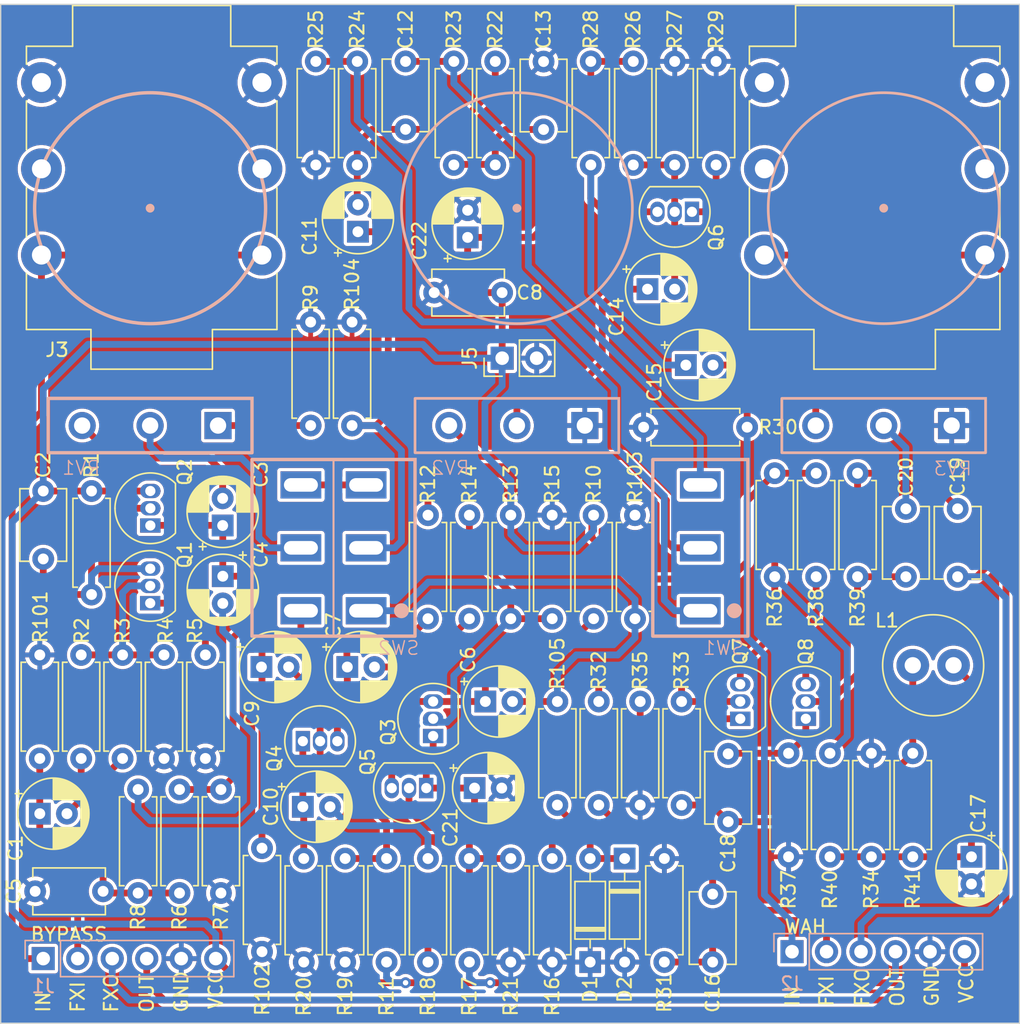
<source format=kicad_pcb>
(kicad_pcb (version 20241229) (generator "pcbnew") (generator_version "9.0")
  (layers (0 "F.Cu" signal) (2 "B.Cu" signal) (13 "F.Paste" user) (15 "B.Paste" user) (5 "F.SilkS" user "F.Silkscreen") (7 "B.SilkS" user "B.Silkscreen") (1 "F.Mask" user) (3 "B.Mask" user) (25 "Edge.Cuts" user))
  (net 0 "")
  (net 1 "PREAMP_IN")
  (net 2 "Net-(C1-Pad2)")
  (net 3 "VCC")
  (net 4 "Net-(Q1-C)")
  (net 5 "Net-(Q2-E)")
  (net 6 "Net-(C3-Pad2)")
  (net 7 "Net-(C4-Pad2)")
  (net 8 "GND")
  (net 9 "Net-(C5-Pad1)")
  (net 10 "OCTAVE_OUT")
  (net 11 "Net-(Q3-C)")
  (net 12 "Net-(C7-Pad2)")
  (net 13 "Net-(Q4-C)")
  (net 14 "Net-(Q4-B)")
  (net 15 "OCTAVE_IN")
  (net 16 "Net-(C10-Pad2)")
  (net 17 "Net-(Q4-E)")
  (net 18 "TONE_IN")
  (net 19 "Net-(C11-Pad2)")
  (net 20 "Net-(SW1-A)")
  (net 21 "Net-(C13-Pad1)")
  (net 22 "Net-(Q6-B)")
  (net 23 "Net-(C14-Pad1)")
  (net 24 "Net-(Q6-C)")
  (net 25 "TONE_OUT")
  (net 26 "Net-(C16-Pad2)")
  (net 27 "WAH_IN")
  (net 28 "Net-(C17-Pad1)")
  (net 29 "Net-(Q8-E)")
  (net 30 "Net-(C18-Pad1)")
  (net 31 "WAH_OUT")
  (net 32 "Net-(Q7-C)")
  (net 33 "Net-(C20-Pad2)")
  (net 34 "Net-(Q8-B)")
  (net 35 "Net-(Q3-E)")
  (net 36 "Net-(D1-A)")
  (net 37 "OUTPUT")
  (net 38 "INPUT")
  (net 39 "FX_OUT")
  (net 44 "Net-(Q1-B)")
  (net 45 "Net-(Q1-E)")
  (net 46 "Net-(Q3-B)")
  (net 47 "Net-(Q5-B)")
  (net 48 "Net-(Q6-E)")
  (net 49 "Net-(Q7-E)")
  (net 50 "Net-(Q7-B)")
  (net 51 "Net-(Q8-C)")
  (net 52 "Net-(R9-Pad1)")
  (net 53 "Net-(SW1-C)")
  (net 54 "PREAMP_OUT")
  (net 55 "Net-(SW1-B)")
  (net 56 "Net-(SW2A-C)")
  (footprint "Capacitor_THT:CP_Radial_D5.0mm_P2.00mm" (layer "F.Cu") (at 72.676 91.313)
    (property "Reference" "C6")
    (property "Value" "10uF" (hide yes))
  )
  (footprint "DIY_jorge:D_DO-35_SOD27_P7.62mm_Horizontal" (layer "F.Cu") (at 82.931 102.87 -90)
    (property "Reference" "D2")
    (property "Value" "1N4148" (hide yes))
  )
  (footprint "Resistor_THT:R_Axial_DIN0207_L6.3mm_D2.5mm_P7.62mm_Horizontal" (layer "F.Cu") (at 52.07 95.504 90)
    (property "Reference" "R5")
    (property "Value" "1K8" (hide yes))
  )
  (footprint "Capacitor_THT:CP_Radial_D5.0mm_P2.00mm" (layer "F.Cu") (at 62.516 88.773)
    (property "Reference" "C7")
    (property "Value" "10uF" (hide yes))
  )
  (footprint "Capacitor_THT:C_Disc_D5.1mm_W3.2mm_P5.00mm" (layer "F.Cu") (at 107.442 82.129 90)
    (property "Reference" "C19")
    (property "Value" "200nF" (hide yes))
  )
  (footprint "Resistor_THT:R_Axial_DIN0207_L6.3mm_D2.5mm_P7.62mm_Horizontal" (layer "F.Cu") (at 74.549 102.87 -90)
    (property "Reference" "R21")
    (property "Value" "22K" (hide yes))
  )
  (footprint "Resistor_THT:R_Axial_DIN0207_L6.3mm_D2.5mm_P7.62mm_Horizontal" (layer "F.Cu") (at 74.549 77.597 -90)
    (property "Reference" "R13")
    (property "Value" "100K" (hide yes))
  )
  (footprint "Resistor_THT:R_Axial_DIN0207_L6.3mm_D2.5mm_P7.62mm_Horizontal" (layer "F.Cu") (at 70.358 44.196 -90)
    (property "Reference" "R23")
    (property "Value" "10K" (hide yes))
  )
  (footprint "Package_TO_SOT_THT:TO-92_Inline" (layer "F.Cu") (at 68.834 93.853 90)
    (property "Reference" "Q3")
    (property "Value" "2N3904" (hide yes))
  )
  (footprint "Resistor_THT:R_Axial_DIN0207_L6.3mm_D2.5mm_P7.62mm_Horizontal" (layer "F.Cu") (at 73.406 44.196 -90)
    (property "Reference" "R22")
    (property "Value" "22K" (hide yes))
  )
  (footprint "Capacitor_THT:C_Disc_D5.1mm_W3.2mm_P5.00mm" (layer "F.Cu") (at 90.551 100.163 90)
    (property "Reference" "C18")
    (property "Value" "30nF" (hide yes))
  )
  (footprint "Resistor_THT:R_Axial_DIN0207_L6.3mm_D2.5mm_P7.62mm_Horizontal" (layer "F.Cu") (at 91.948 71.12 180)
    (property "Reference" "R30")
    (property "Value" "100K" (hide yes))
  )
  (footprint "Resistor_THT:R_Axial_DIN0207_L6.3mm_D2.5mm_P7.62mm_Horizontal" (layer "F.Cu") (at 98.044 102.743 90)
    (property "Reference" "R40")
    (property "Value" "470K" (hide yes))
  )
  (footprint "Resistor_THT:R_Axial_DIN0207_L6.3mm_D2.5mm_P7.62mm_Horizontal" (layer "F.Cu") (at 60.198 44.196 -90)
    (property "Reference" "R25")
    (property "Value" "10K" (hide yes))
  )
  (footprint "Capacitor_THT:CP_Radial_D5.0mm_P2.00mm" (layer "F.Cu") (at 87.436888 66.548)
    (property "Reference" "C15")
    (property "Value" "10uF" (hide yes))
  )
  (footprint "Capacitor_THT:CP_Radial_D5.0mm_P2.00mm" (layer "F.Cu") (at 84.614 60.96)
    (property "Reference" "C14")
    (property "Value" "10uF" (hide yes))
  )
  (footprint "Resistor_THT:R_Axial_DIN0207_L6.3mm_D2.5mm_P7.62mm_Horizontal" (layer "F.Cu") (at 62.865 71 90)
    (property "Reference" "R104")
    (property "Value" "1M" (hide yes))
  )
  (footprint "Package_TO_SOT_THT:TO-92_Inline" (layer "F.Cu") (at 91.44 92.583 90)
    (property "Reference" "Q7")
    (property "Value" "2N3904" (hide yes))
  )
  (footprint "Resistor_THT:R_Axial_DIN0207_L6.3mm_D2.5mm_P7.62mm_Horizontal" (layer "F.Cu") (at 86.614 51.816 90)
    (property "Reference" "R27")
    (property "Value" "15K" (hide yes))
  )
  (footprint "Resistor_THT:R_Axial_DIN0207_L6.3mm_D2.5mm_P7.62mm_Horizontal" (layer "F.Cu") (at 63.246 44.196 -90)
    (property "Reference" "R24")
    (property "Value" "47K" (hide yes))
  )
  (footprint "Resistor_THT:R_Axial_DIN0207_L6.3mm_D2.5mm_P7.62mm_Horizontal" (layer "F.Cu") (at 49.022 95.504 90)
    (property "Reference" "R4")
    (property "Value" "100K" (hide yes))
  )
  (footprint "Capacitor_THT:CP_Radial_D5.0mm_P2.00mm" (layer "F.Cu") (at 39.878 99.568)
    (property "Reference" "C1")
    (property "Value" "10uF" (hide yes))
  )
  (footprint "Resistor_THT:R_Axial_DIN0207_L6.3mm_D2.5mm_P7.62mm_Horizontal" (layer "F.Cu") (at 89.662 51.816 90)
    (property "Reference" "R29")
    (property "Value" "1K" (hide yes))
  )
  (footprint "Capacitor_THT:C_Disc_D5.1mm_W3.2mm_P5.00mm" (layer "F.Cu") (at 44.537 105.283 180)
    (property "Reference" "C5")
    (property "Value" "100nF" (hide yes))
  )
  (footprint "Resistor_THT:R_Axial_DIN0207_L6.3mm_D2.5mm_P7.62mm_Horizontal" (layer "F.Cu") (at 59.309 110.49 90)
    (property "Reference" "R20")
    (property "Value" "10K" (hide yes))
  )
  (footprint "Resistor_THT:R_Axial_DIN0207_L6.3mm_D2.5mm_P7.62mm_Horizontal" (layer "F.Cu") (at 81.026 98.933 90)
    (property "Reference" "R32")
    (property "Value" "22K" (hide yes))
  )
  (footprint "Capacitor_THT:CP_Radial_D5.0mm_P2.00mm" (layer "F.Cu") (at 59.242888 99.06)
    (property "Reference" "C10")
    (property "Value" "10uF" (hide yes))
  )
  (footprint "Resistor_THT:R_Axial_DIN0207_L6.3mm_D2.5mm_P7.62mm_Horizontal" (layer "F.Cu") (at 80.44 44.196 -90)
    (property "Reference" "R28")
    (property "Value" "10K" (hide yes))
  )
  (footprint "Capacitor_THT:CP_Radial_D5.0mm_P2.00mm" (layer "F.Cu") (at 108.458 102.743 -90)
    (property "Reference" "C17")
    (property "Value" "10uF" (hide yes))
  )
  (footprint "Package_TO_SOT_THT:TO-92_Inline" (layer "F.Cu") (at 48.006 84.074 90)
    (property "Reference" "Q1")
    (property "Value" "2N3904" (hide yes))
  )
  (footprint "Resistor_THT:R_Axial_DIN0207_L6.3mm_D2.5mm_P7.62mm_Horizontal" (layer "F.Cu") (at 104.14 95.123 -90)
    (property "Reference" "R41")
    (property "Value" "33K-NC" (hide yes))
  )
  (footprint "Package_TO_SOT_THT:TO-92_Inline" (layer "F.Cu") (at 59.242888 94.234)
    (property "Reference" "Q4")
    (property "Value" "2N3904" (hide yes))
  )
  (footprint "Capacitor_THT:C_Disc_D5.1mm_W3.2mm_P5.00mm" (layer "F.Cu") (at 89.408 110.49 90)
    (property "Reference" "C16")
    (property "Value" "10nF" (hide yes))
  )
  (footprint "DIY_jorge:D_DO-35_SOD27_P7.62mm_Horizontal" (layer "F.Cu") (at 80.391 110.49 90)
    (property "Reference" "D1")
    (property "Value" "1N4148" (hide yes))
  )
  (footprint "Capacitor_THT:CP_Radial_D5.0mm_P2.00mm" (layer "F.Cu") (at 53.35 82.090001 -90)
    (property "Reference" "C4")
    (property "Value" "10uF" (hide yes))
  )
  (footprint "Resistor_THT:R_Axial_DIN0207_L6.3mm_D2.5mm_P7.62mm_Horizontal" (layer "F.Cu") (at 43.688 83.438 90)
    (property "Reference" "R1")
    (property "Value" "47K" (hide yes))
  )
  (footprint "Capacitor_THT:C_Disc_D5.1mm_W3.2mm_P5.00mm" (layer "F.Cu") (at 103.632 82.129 90)
    (property "Reference" "C20")
    (property "Value" "200nF" (hide yes))
  )
  (footprint "Connector_Audio:Jack_6.35mm_Neutrik_NMJ6HCD3_Horizontal" (layer "F.Cu") (at 40 58.45 90)
    (property "Reference" "J3")
    (property "Value" "INPUT" (hide yes))
  )
  (footprint "Package_TO_SOT_THT:TO-92_Inline" (layer "F.Cu") (at 48.016 78.358 90)
    (property "Reference" "Q2")
    (property "Value" "2N3904" (hide yes))
  )
  (footprint "Resistor_THT:R_Axial_DIN0207_L6.3mm_D2.5mm_P7.62mm_Horizontal" (layer "F.Cu") (at 53.213 105.41 90)
    (property "Reference" "R7")
    (property "Value" "10K" (hide yes))
  )
  (footprint "Resistor_THT:R_Axial_DIN0207_L6.3mm_D2.5mm_P7.62mm_Horizontal" (layer "F.Cu") (at 94.996 95.123 -90)
    (property "Reference" "R37")
    (property "Value" "10K" (hide yes))
  )
  (footprint "Inductor_THT:L_Radial_D7.2mm_P3.00mm_Murata_1700" (layer "F.Cu") (at 104.14 88.646)
    (property "Reference" "L1")
    (property "Value" "500uH" (hide yes))
  )
  (footprint "Resistor_THT:R_Axial_DIN0207_L6.3mm_D2.5mm_P7.62mm_Horizontal" (layer "F.Cu") (at 65.405 102.87 -90)
    (property "Reference" "R11")
    (property "Value" "220K" (hide yes))
  )
  (footprint "Resistor_THT:R_Axial_DIN0207_L6.3mm_D2.5mm_P7.62mm_Horizontal" (layer "F.Cu") (at 42.926 87.884 -90)
    (property "Reference" "R2")
    (property "Value" "22K" (hide yes))
  )
  (footprint "Capacitor_THT:CP_Radial_D5.0mm_P2.00mm" (layer "F.Cu") (at 56.194888 88.773)
    (property "Reference" "C9")
    (property "Value" "10uF" (hide yes))
  )
  (footprint "Resistor_THT:R_Axial_DIN0207_L6.3mm_D2.5mm_P7.62mm_Horizontal" (layer "F.Cu") (at 50.165 105.41 90)
    (property "Reference" "R6")
    (property "Value" "470K" (hide yes))
  )
  (footprint "Capacitor_THT:CP_Radial_D5.0mm_P2.00mm" (layer "F.Cu") (at 63.2968 56.733513 90)
    (property "Reference" "C11")
    (property "Value" "10uF" (hide yes))
  )
  (footprint "Capacitor_THT:C_Disc_D5.1mm_W3.2mm_P5.00mm" (layer "F.Cu") (at 73.909 61.214 180)
    (property "Reference" "C8")
    (property "Value" "100nF" (hide yes))
  )
  (footprint "Capacitor_THT:CP_Radial_D5.0mm_P2.00mm" (layer "F.Cu") (at 71.882 97.684)
    (property "Reference" "C21")
    (property "Value" "10uF" (hide yes))
  )
  (footprint "Package_TO_SOT_THT:TO-92_Inline" (layer "F.Cu") (at 96.266 92.583 90)
    (property "Reference" "Q8")
    (property "Value" "2N3904" (hide yes))
  )
  (footprint "Resistor_THT:R_Axial_DIN0207_L6.3mm_D2.5mm_P7.62mm_Horizontal" (layer "F.Cu") (at 56.2356 109.728 90)
    (property "Reference" "R102")
    (property "Value" "1M" (hide yes))
  )
  (footprint "Resistor_THT:R_Axial_DIN0207_L6.3mm_D2.5mm_P7.62mm_Horizontal" (layer "F.Cu") (at 80.645 77.597 -90)
    (property "Reference" "R10")
    (property "Value" "10K" (hide yes))
  )
  (footprint "Connector_PinHeader_2.54mm:PinHeader_1x02_P2.54mm_Vertical" (layer "F.Cu") (at 73.914 66.04 90)
    (property "Reference" "J5")
    (property "Value" "PWR" (hide yes))
  )
  (footprint "Resistor_THT:R_Axial_DIN0207_L6.3mm_D2.5mm_P7.62mm_Horizontal" (layer "F.Cu") (at 59.817 71 90)
    (property "Reference" "R9")
    (property "Value" "47K" (hide yes))
  )
  (footprint "Resistor_THT:R_Axial_DIN0207_L6.3mm_D2.5mm_P7.62mm_Horizontal" (layer "F.Cu") (at 45.974 95.504 90)
    (property "Reference" "R3")
    (property "Value" "100K" (hide yes))
  )
  (footprint "Resistor_THT:R_Axial_DIN0207_L6.3mm_D2.5mm_P7.62mm_Horizontal" (layer "F.Cu") (at 101.092 102.743 90)
    (property "Reference" "R34")
    (property "Value" "100K" (hide yes))
  )
  (footprint "Resistor_THT:R_Axial_DIN0207_L6.3mm_D2.5mm_P7.62mm_Horizontal" (layer "F.Cu") (at 100.076 74.509 -90)
    (property "Reference" "R39")
    (property "Value" "470K" (hide yes))
  )
  (footprint "Capacitor_THT:CP_Radial_D5.0mm_P2.00mm" (layer "F.Cu") (at 53.34 78.358 90)
    (property "Reference" "C3")
    (property "Value" "10uF" (hide yes))
  )
  (footprint "Capacitor_THT:C_Disc_D5.1mm_W3.2mm_P5.00mm" (layer "F.Cu") (at 66.802 49.196 90)
    (property "Reference" "C12")
    (property "Value" "1nF" (hide yes))
  )
  (footprint "Capacitor_THT:C_Disc_D5.1mm_W3.2mm_P5.00mm" (layer "F.Cu") (at 76.962 49.207 90)
    (property "Reference" "C13")
    (property "Value" "100nF" (hide yes))
  )
  (footprint "Resistor_THT:R_Axial_DIN0207_L6.3mm_D2.5mm_P7.62mm_Horizontal" (layer "F.Cu") (at 71.501 110.49 90)
    (property "Reference" "R17")
    (property "Value" "100K" (hide yes))
  )
  (footprint "Capacitor_THT:CP_Radial_D5.0mm_P2.00mm" (layer "F.Cu") (at 71.374 57.15 90)
    (property "Reference" "C22")
    (property "Value" "10uF" (hide yes))
  )
  (footprint "Resistor_THT:R_Axial_DIN0207_L6.3mm_D2.5mm_P7.62mm_Horizontal" (layer "F.Cu") (at 87.122 98.933 90)
    (property "Reference" "R33")
    (property "Value" "1K5" (hide yes))
  )
  (footprint "Resistor_THT:R_Axial_DIN0207_L6.3mm_D2.5mm_P7.62mm_Horizontal" (layer "F.Cu") (at 39.878 95.504 90)
    (property "Reference" "R101")
    (property "Value" "1M" (hide yes))
  )
  (footprint "Resistor_THT:R_Axial_DIN0207_L6.3mm_D2.5mm_P7.62mm_Horizontal" (layer "F.Cu") (at 77.978 91.313 -90)
    (property "Reference" "R105")
    (property "Value" "0R" (hide yes))
  )
  (footprint "Resistor_THT:R_Axial_DIN0207_L6.3mm_D2.5mm_P7.62mm_Horizontal" (layer "F.Cu") (at 68.453 110.49 90)
    (property "Reference" "R18")
    (property "Value" "470R" (hide yes))
  )
  (footprint "Package_TO_SOT_THT:TO-92_Inline" (layer "F.Cu") (at 68.326 97.684 180)
    (property "Reference" "Q5")
    (property "Value" "2N3904" (hide yes))
  )
  (footprint "Resistor_THT:R_Axial_DIN0207_L6.3mm_D2.5mm_P7.62mm_Horizontal" (layer "F.Cu") (at 97.028 74.509 -90)
    (property "Reference" "R38")
    (property "Value" "0R-1K" (hide yes))
  )
  (footprint "Resistor_THT:R_Axial_DIN0207_L6.3mm_D2.5mm_P7.62mm_Horizontal" (layer "F.Cu") (at 77.597 85.217 90)
    (property "Reference" "R15")
    (property "Value" "22K" (hide yes))
  )
  (footprint "Connector_Audio:Jack_6.35mm_Neutrik_NMJ6HCD3_Horizontal" (layer "F.Cu") (at 93.218 58.45 90)
    (property "Reference" "J4" (hide yes))
    (property "Value" "OUTPUT" (hide yes))
  )
  (footprint "Capacitor_THT:C_Disc_D5.1mm_W3.2mm_P5.00mm" (layer "F.Cu") (at 40.132 75.818 -90)
    (property "Reference" "C2")
    (property "Value" "2nF" (hide yes))
  )
  (footprint "Resistor_THT:R_Axial_DIN0207_L6.3mm_D2.5mm_P7.62mm_Horizontal" (layer "F.Cu") (at 68.453 85.217 90)
    (property "Reference" "R12")
    (property "Value" "10K" (hide yes))
  )
  (footprint "Resistor_THT:R_Axial_DIN0207_L6.3mm_D2.5mm_P7.62mm_Horizontal" (layer "F.Cu") (at 83.566 44.196 -90)
    (property "Reference" "R26")
    (property "Value" "100K" (hide yes))
  )
  (footprint "Resistor_THT:R_Axial_DIN0207_L6.3mm_D2.5mm_P7.62mm_Horizontal" (layer "F.Cu") (at 93.98 74.509 -90)
    (property "Reference" "R36")
    (property "Value" "22K" (hide yes))
  )
  (footprint "Resistor_THT:R_Axial_DIN0207_L6.3mm_D2.5mm_P7.62mm_Horizontal" (layer "F.Cu") (at 84.074 91.313 -90)
    (property "Reference" "R35")
    (property "Value" "470R" (hide yes))
  )
  (footprint "Resistor_THT:R_Axial_DIN0207_L6.3mm_D2.5mm_P7.62mm_Horizontal" (layer "F.Cu") (at 77.597 102.87 -90)
    (property "Reference" "R16")
    (property "Value" "1K8" (hide yes))
  )
  (footprint "Resistor_THT:R_Axial_DIN0207_L6.3mm_D2.5mm_P7.62mm_Horizontal" (layer "F.Cu") (at 62.357 110.49 90)
    (property "Reference" "R19")
    (property "Value" "150K" (hide yes))
  )
  (footprint "Resistor_THT:R_Axial_DIN0207_L6.3mm_D2.5mm_P7.62mm_Horizontal" (layer "F.Cu") (at 83.693 77.597 -90)
    (property "Reference" "R103")
    (property "Value" "100K" (hide yes))
  )
  (footprint "Package_TO_SOT_THT:TO-92_Inline" (layer "F.Cu") (at 87.884 55.266 180)
    (property "Reference" "Q6")
    (property "Value" "2N3904" (hide yes))
  )
  (footprint "Resistor_THT:R_Axial_DIN0207_L6.3mm_D2.5mm_P7.62mm_Horizontal" (layer "F.Cu") (at 85.852 110.49 90)
    (property "Reference" "R31")
    (property "Value" "100K" (hide yes))
  )
  (footprint "Resistor_THT:R_Axial_DIN0207_L6.3mm_D2.5mm_P7.62mm_Horizontal" (layer "F.Cu") (at 71.501 77.597 -90)
    (property "Reference" "R14")
    (property "Value" "470R" (hide yes))
  )
  (footprint "Resistor_THT:R_Axial_DIN0207_L6.3mm_D2.5mm_P7.62mm_Horizontal" (layer "F.Cu") (at 47.117 105.41 90)
    (property "Reference" "R8")
    (property "Value" "47K" (hide yes))
  )
  (footprint "DIY_jorge:SW_DPDT" (layer "B.Cu") (at 61.5 80 180)
    (property "Reference" "SW2")
    (property "Value" "SW_DPDT - OCT" (hide yes))
  )
  (footprint "DIY_jorge:Pot Alpha 16mm" (layer "B.Cu") (at 102 71 180)
    (property "Reference" "RV3")
    (property "Value" "50K-B WAH" (hide yes))
  )
  (footprint "DIY_jorge:Pot Alpha 16mm" (layer "B.Cu") (at 75 71 180)
    (property "Reference" "RV2")
    (property "Value" "50K-B VOL" (hide yes))
  )
  (footprint "Connector_PinHeader_2.54mm:PinHeader_1x06_P2.54mm_Vertical" (layer "B.Cu") (at 40.132 110.236 -90)
    (property "Reference" "J1")
    (property "Value" "BYPASS" (hide yes))
  )
  (footprint "Connector_PinHeader_2.54mm:PinHeader_1x06_P2.54mm_Vertical" (layer "B.Cu") (at 95.25 109.728 -90)
    (property "Reference" "J2")
    (property "Value" "WAH" (hide yes))
  )
  (footprint "DIY_jorge:Pot Alpha 16mm" (layer "B.Cu") (at 48 71 180)
    (property "Reference" "RV1")
    (property "Value" "50K-B PREAMP" (hide yes))
  )
  (footprint "DIY_jorge:SW_SPDT_V2" (layer "B.Cu") (at 88.5 80 180)
    (property "Reference" "SW1")
    (property "Value" "TONE" (hide yes))
  )
  (gr_line (start 37 115) (end 112 115) (stroke (width 0.1)) (layer "Edge.Cuts"))
  (gr_line (start 37 40) (end 37 115) (stroke (width 0.1)) (layer "Edge.Cuts"))
  (gr_line (start 112 115) (end 112 40) (stroke (width 0.1)) (layer "Edge.Cuts"))
  (gr_line (start 37 40) (end 112 40) (stroke (width 0.1)) (layer "Edge.Cuts"))
  (gr_text "GND" (at 50.292 114.3 90) (layer "F.SilkS") (effects (font (size 1 1)) (justify left)))
  (gr_text "WAH" (at 94.615 107.892 0) (layer "F.SilkS") (effects (font (size 1 1)) (justify left)))
  (gr_text "FXI" (at 97.79 113.861 90) (layer "F.SilkS") (effects (font (size 1 1)) (justify left)))
  (gr_text "VCC" (at 52.832 114.046 90) (layer "F.SilkS") (effects (font (size 1 1)) (justify left)))
  (gr_text "OUT" (at 102.997 113.861 90) (layer "F.SilkS") (effects (font (size 1 1)) (justify left)))
  (gr_text "IN" (at 40.132 114.3 90) (layer "F.SilkS") (effects (font (size 1 1)) (justify left)))
  (gr_text "IN" (at 95.286 113.861 90) (layer "F.SilkS") (effects (font (size 1 1)) (justify left)))
  (gr_text "FXI" (at 42.672 114.3 90) (layer "F.SilkS") (effects (font (size 1 1)) (justify left)))
  (gr_text "FXO" (at 45.72 114.3 90) (layer "F.SilkS") (effects (font (size 1 1)) (justify left bottom)))
  (gr_text "VCC" (at 108.077 113.607 90) (layer "F.SilkS") (effects (font (size 1 1)) (justify left)))
  (gr_text "BYPASS" (at 39.116 108.458 0) (layer "F.SilkS") (effects (font (size 1 1)) (justify left)))
  (gr_text "FXO" (at 101.001 113.861 90) (layer "F.SilkS") (effects (font (size 1 1)) (justify left bottom)))
  (gr_text "OUT" (at 47.752 114.3 90) (layer "F.SilkS") (effects (font (size 1 1)) (justify left)))
  (gr_text "GND" (at 105.537 113.861 90) (layer "F.SilkS") (effects (font (size 1 1)) (justify left)))
  (segment (start 39.878 95.504) (end 39.878 101.854) (width 0.5) (layer "F.Cu") (net 1))
  (segment (start 39.878 101.854) (end 42.672 104.648) (width 0.5) (layer "F.Cu") (net 1))
  (segment (start 42.672 104.648) (end 42.672 110.236) (width 0.5) (layer "F.Cu") (net 1))
  (segment (start 42.926 95.504) (end 42.926 98.52) (width 0.5) (layer "F.Cu") (net 2))
  (segment (start 42.926 98.52) (end 41.878 99.568) (width 0.5) (layer "F.Cu") (net 2))
  (segment (start 66.802 112.014) (end 54.61 112.014) (width 0.5) (layer "F.Cu") (net 3))
  (segment (start 107.95 111.125) (end 107.95 109.728) (width 0.5) (layer "F.Cu") (net 3))
  (segment (start 76.2 57.15) (end 77.724 55.626) (width 0.5) (layer "F.Cu") (net 3))
  (segment (start 83.566 82.296) (end 90.678 82.296) (width 0.5) (layer "F.Cu") (net 3))
  (segment (start 40.132 75.818) (end 48.524 75.818) (width 0.5) (layer "F.Cu") (net 3))
  (segment (start 73.909 61.214) (end 73.914 61.209) (width 0.25) (layer "F.Cu") (net 3))
  (segment (start 91.186 112.014) (end 107.061 112.014) (width 0.5) (layer "F.Cu") (net 3))
  (segment (start 77.724 51.308) (end 80.44 48.592) (width 0.5) (layer "F.Cu") (net 3))
  (segment (start 91.948 76.541) (end 93.98 74.509) (width 0.5) (layer "F.Cu") (net 3))
  (segment (start 73.909 61.214) (end 73.914 61.219) (width 0.5) (layer "F.Cu") (net 3))
  (segment (start 73.909 61.214) (end 72.136 61.214) (width 0.5) (layer "F.Cu") (net 3))
  (segment (start 80.44 48.592) (end 80.44 44.196) (width 0.5) (layer "F.Cu") (net 3))
  (segment (start 74.549 76.327) (end 73.533 75.311) (width 0.5) (layer "F.Cu") (net 3))
  (segment (start 80.44 44.196) (end 83.566 44.196) (width 0.5) (layer "F.Cu") (net 3))
  (segment (start 65.532 110.49) (end 65.405 110.49) (width 0.5) (layer "F.Cu") (net 3))
  (segment (start 91.948 81.026) (end 91.948 76.541) (width 0.5) (layer "F.Cu") (net 3))
  (segment (start 71.374 60.452) (end 71.374 57.15) (width 0.5) (layer "F.Cu") (net 3))
  (segment (start 90.678 82.296) (end 91.948 81.026) (width 0.5) (layer "F.Cu") (net 3))
  (segment (start 73.533 75.311) (end 69.342 75.311) (width 0.5) (layer "F.Cu") (net 3))
  (segment (start 69.342 75.311) (end 68.453 76.2) (width 0.5) (layer "F.Cu") (net 3))
  (segment (start 80.518 79.248) (end 83.566 82.296) (width 0.5) (layer "F.Cu") (net 3))
  (segment (start 107.061 112.014) (end 107.95 111.125) (width 0.5) (layer "F.Cu") (net 3))
  (segment (start 71.374 57.15) (end 76.2 57.15) (width 0.5) (layer "F.Cu") (net 3))
  (segment (start 54.61 112.014) (end 52.832 110.236) (width 0.5) (layer "F.Cu") (net 3))
  (segment (start 73.914 61.219) (end 73.914 66.04) (width 0.5) (layer "F.Cu") (net 3))
  (segment (start 80.518 77.597) (end 80.518 79.248) (width 0.5) (layer "F.Cu") (net 3))
  (segment (start 73.025 112.014) (end 91.186 112.014) (width 0.5) (layer "F.Cu") (net 3))
  (segment (start 77.724 55.626) (end 77.724 51.308) (width 0.5) (layer "F.Cu") (net 3))
  (segment (start 72.136 61.214) (end 71.374 60.452) (width 0.5) (layer "F.Cu") (net 3))
  (segment (start 66.802 112.014) (end 73.025 112.014) (width 0.5) (layer "F.Cu") (net 3))
  (segment (start 68.453 76.2) (end 68.453 77.597) (width 0.5) (layer "F.Cu") (net 3))
  (segment (start 74.549 77.597) (end 74.549 76.327) (width 0.5) (layer "F.Cu") (net 3))
  (segment (start 93.98 74.509) (end 97.028 74.509) (width 0.5) (layer "F.Cu") (net 3))
  (via (at 66.802 112.014) (size 0.8) (drill 0.4) (layers "F.Cu" "B.Cu") (net 3))
  (via (at 73.025 112.014) (size 0.8) (drill 0.4) (layers "F.Cu" "B.Cu") (net 3))
  (segment (start 65.786 112.014) (end 65.405 111.633) (width 0.5) (layer "B.Cu") (net 3))
  (segment (start 43.434 65.024) (end 68.072 65.024) (width 0.5) (layer "B.Cu") (net 3))
  (segment (start 40.132 75.818) (end 40.132 68.326) (width 0.5) (layer "B.Cu") (net 3))
  (segment (start 52.07 107.696) (end 38.862 107.696) (width 0.5) (layer "B.Cu") (net 3))
  (segment (start 75.565 80.01) (end 79.375 80.01) (width 0.5) (layer "B.Cu") (net 3))
  (segment (start 72.644 69.342) (end 72.644 73.152) (width 0.5) (layer "B.Cu") (net 3))
  (segment (start 37.846 78.104) (end 40.132 75.818) (width 0.5) (layer "B.Cu") (net 3))
  (segment (start 80.645 78.74) (end 80.645 77.597) (width 0.5) (layer "B.Cu") (net 3))
  (segment (start 66.802 112.014) (end 65.786 112.014) (width 0.5) (layer "B.Cu") (net 3))
  (segment (start 37.846 106.68) (end 37.846 78.104) (width 0.5) (layer "B.Cu") (net 3))
  (segment (start 73.914 68.072) (end 72.644 69.342) (width 0.5) (layer "B.Cu") (net 3))
  (segment (start 74.549 75.057) (end 74.549 78.994) (width 0.5) (layer "B.Cu") (net 3))
  (segment (start 69.088 66.04) (end 73.914 66.04) (width 0.5) (layer "B.Cu") (net 3))
  (segment (start 52.832 108.458) (end 52.07 107.696) (width 0.5) (layer "B.Cu") (net 3))
  (segment (start 79.375 80.01) (end 80.645 78.74) (width 0.5) (layer "B.Cu") (net 3))
  (segment (start 38.862 107.696) (end 37.846 106.68) (width 0.5) (layer "B.Cu") (net 3))
  (segment (start 40.132 68.326) (end 43.434 65.024) (width 0.5) (layer "B.Cu") (net 3))
  (segment (start 52.832 110.236) (end 52.832 108.458) (width 0.5) (layer "B.Cu") (net 3))
  (segment (start 73.914 66.04) (end 73.914 68.072) (width 0.5) (layer "B.Cu") (net 3))
  (segment (start 68.072 65.024) (end 69.088 66.04) (width 0.5) (layer "B.Cu") (net 3))
  (segment (start 73.025 112.014) (end 71.882 112.014) (width 0.5) (layer "B.Cu") (net 3))
  (segment (start 71.501 111.633) (end 71.501 110.49) (width 0.5) (layer "B.Cu") (net 3))
  (segment (start 74.549 78.994) (end 75.565 80.01) (width 0.5) (layer "B.Cu") (net 3))
  (segment (start 71.882 112.014) (end 71.501 111.633) (width 0.5) (layer "B.Cu") (net 3))
  (segment (start 72.644 73.152) (end 74.549 75.057) (width 0.5) (layer "B.Cu") (net 3))
  (segment (start 65.405 111.633) (end 65.405 110.49) (width 0.5) (layer "B.Cu") (net 3))
  (segment (start 43.688 83.438) (end 43.688 79.756) (width 0.5) (layer "F.Cu") (net 4))
  (segment (start 46.356 77.088) (end 48.524 77.088) (width 0.5) (layer "F.Cu") (net 4))
  (segment (start 43.688 79.756) (end 46.356 77.088) (width 0.5) (layer "F.Cu") (net 4))
  (segment (start 40.766 83.438) (end 43.688 83.438) (width 0.5) (layer "F.Cu") (net 4))
  (segment (start 40.132 80.818) (end 40.132 82.804) (width 0.5) (layer "F.Cu") (net 4))
  (segment (start 40.132 82.804) (end 40.766 83.438) (width 0.5) (layer "F.Cu") (net 4))
  (segment (start 44.196 81.534) (end 48.006 81.534) (width 0.5) (layer "B.Cu") (net 4))
  (segment (start 43.688 82.042) (end 44.196 81.534) (width 0.5) (layer "B.Cu") (net 4))
  (segment (start 43.688 83.438) (end 43.688 82.042) (width 0.5) (layer "B.Cu") (net 4))
  (segment (start 55.626 85.09) (end 54.102 86.614) (width 0.5) (layer "F.Cu") (net 5))
  (segment (start 53.35 82.090001) (end 53.35 78.368) (width 0.5) (layer "F.Cu") (net 5))
  (segment (start 53.34 82.080001) (end 53.35 82.090001) (width 0.5) (layer "F.Cu") (net 5))
  (segment (start 53.35 78.368) (end 53.34 78.358) (width 0.25) (layer "F.Cu") (net 5))
  (segment (start 53.213 97.79) (end 50.292 97.79) (width 0.5) (layer "F.Cu") (net 5))
  (segment (start 54.102 86.614) (end 54.102 96.901) (width 0.5) (layer "F.Cu") (net 5))
  (segment (start 54.102 96.901) (end 53.213 97.79) (width 0.5) (layer "F.Cu") (net 5))
  (segment (start 54.912001 82.090001) (end 55.626 82.804) (width 0.5) (layer "F.Cu") (net 5))
  (segment (start 53.35 82.090001) (end 54.912001 82.090001) (width 0.5) (layer "F.Cu") (net 5))
  (segment (start 48.28 78.345113) (end 53.26 78.345113) (width 0.5) (layer "F.Cu") (net 5))
  (segment (start 55.626 82.804) (end 55.626 85.09) (width 0.5) (layer "F.Cu") (net 5))
  (segment (start 43 71) (end 45.39 73.39) (width 0.5) (layer "F.Cu") (net 6))
  (segment (start 53.34 74.647113) (end 53.34 76.425113) (width 0.5) (layer "F.Cu") (net 6))
  (segment (start 52.314 73.39) (end 53.34 74.416) (width 0.5) (layer "F.Cu") (net 6))
  (segment (start 53.34 74.416) (end 53.34 74.647113) (width 0.5) (layer "F.Cu") (net 6))
  (segment (start 45.39 73.39) (end 52.314 73.39) (width 0.5) (layer "F.Cu") (net 6))
  (segment (start 53.34 84.100001) (end 53.34 86.106) (width 0.5) (layer "B.Cu") (net 7))
  (segment (start 54.483 100.076) (end 48.006 100.076) (width 0.5) (layer "B.Cu") (net 7))
  (segment (start 54.102 92.202) (end 55.626 93.726) (width 0.5) (layer "B.Cu") (net 7))
  (segment (start 54.102 86.868) (end 54.102 92.202) (width 0.5) (layer "B.Cu") (net 7))
  (segment (start 48.006 100.076) (end 47.117 99.187) (width 0.5) (layer "B.Cu") (net 7))
  (segment (start 53.34 86.106) (end 54.102 86.868) (width 0.5) (layer "B.Cu") (net 7))
  (segment (start 55.626 98.933) (end 54.483 100.076) (width 0.5) (layer "B.Cu") (net 7))
  (segment (start 55.626 93.726) (end 55.626 98.933) (width 0.5) (layer "B.Cu") (net 7))
  (segment (start 53.35 84.090001) (end 53.34 84.100001) (width 0.5) (layer "B.Cu") (net 7))
  (segment (start 47.117 99.187) (end 47.117 97.79) (width 0.5) (layer "B.Cu") (net 7))
  (segment (start 45.974 95.504) (end 44.537 96.941) (width 0.5) (layer "F.Cu") (net 9))
  (segment (start 45.974 95.504) (end 45.72 95.758) (width 0.5) (layer "F.Cu") (net 9))
  (segment (start 44.537 105.41) (end 50.292 105.41) (width 0.5) (layer "F.Cu") (net 9))
  (segment (start 44.537 96.941) (end 44.537 105.41) (width 0.5) (layer "F.Cu") (net 9))
  (segment (start 78.232 91.218) (end 78.232 91.186) (width 0.5) (layer "F.Cu") (net 10))
  (segment (start 77.978 91.313) (end 74.450888 91.313) (width 0.5) (layer "F.Cu") (net 10))
  (segment (start 82.3962 82.5232) (end 83.693 83.82) (width 0.5) (layer "B.Cu") (net 10))
  (segment (start 77.978 89.281) (end 77.978 91.313) (width 0.5) (layer "B.Cu") (net 10))
  (segment (start 63.9 84.63) (end 66.37 84.63) (width 0.5) (layer "B.Cu") (net 10))
  (segment (start 79.375 87.884) (end 77.978 89.281) (width 0.5) (layer "B.Cu") (net 10))
  (segment (start 68.4768 82.5232) (end 82.3962 82.5232) (width 0.5) (layer "B.Cu") (net 10))
  (segment (start 83.693 86.614) (end 82.423 87.884) (width 0.5) (layer "B.Cu") (net 10))
  (segment (start 82.423 87.884) (end 79.375 87.884) (width 0.5) (layer "B.Cu") (net 10))
  (segment (start 83.693 83.82) (end 83.693 86.614) (width 0.5) (layer "B.Cu") (net 10))
  (segment (start 66.37 84.63) (end 68.4768 82.5232) (width 0.5) (layer "B.Cu") (net 10))
  (segment (start 72.676 88.741) (end 72.676 91.44) (width 0.5) (layer "F.Cu") (net 11))
  (segment (start 80.645 85.217) (end 78.613 87.249) (width 0.5) (layer "F.Cu") (net 11))
  (segment (start 65.786 92.202) (end 65.786 97.684) (width 0.5) (layer "F.Cu") (net 11))
  (segment (start 66.675 91.313) (end 65.786 92.202) (width 0.5) (layer "F.Cu") (net 11))
  (segment (start 72.676 91.313) (end 66.675 91.313) (width 0.5) (layer "F.Cu") (net 11))
  (segment (start 78.613 87.249) (end 74.168 87.249) (width 0.5) (layer "F.Cu") (net 11))
  (segment (start 74.168 87.249) (end 72.676 88.741) (width 0.5) (layer "F.Cu") (net 11))
  (segment (start 64.516 88.773) (end 67.945 88.773) (width 0.5) (layer "F.Cu") (net 12))
  (segment (start 67.945 88.773) (end 71.501 85.217) (width 0.5) (layer "F.Cu") (net 12))
  (segment (start 62.516 89.44) (end 62.484 89.408) (width 0.5) (layer "F.Cu") (net 13))
  (segment (start 61.782888 92.141112) (end 62.516 91.408) (width 0.5) (layer "F.Cu") (net 13))
  (segment (start 62.484 89.408) (end 62.484 87.503) (width 0.5) (layer "F.Cu") (net 13))
  (segment (start 62.484 87.503) (end 63.119 86.868) (width 0.5) (layer "F.Cu") (net 13))
  (segment (start 62.516 91.408) (end 62.516 89.44) (width 0.5) (layer "F.Cu") (net 13))
  (segment (start 61.782888 94.234) (end 61.782888 92.141112) (width 0.5) (layer "F.Cu") (net 13))
  (segment (start 66.802 86.868) (end 68.453 85.217) (width 0.5) (layer "F.Cu") (net 13))
  (segment (start 63.119 86.868) (end 66.802 86.868) (width 0.5) (layer "F.Cu") (net 13))
  (segment (start 60.512888 91.091) (end 60.512888 94.234) (width 0.5) (layer "F.Cu") (net 14))
  (segment (start 60.512888 94.234) (end 60.512888 95.310888) (width 0.5) (layer "F.Cu") (net 14))
  (segment (start 60.512888 95.310888) (end 65.405 100.203) (width 0.5) (layer "F.Cu") (net 14))
  (segment (start 58.194888 88.773) (end 60.512888 91.091) (width 0.5) (layer "F.Cu") (net 14))
  (segment (start 62.357 102.87) (end 65.405 102.87) (width 0.5) (layer "F.Cu") (net 14))
  (segment (start 65.405 100.203) (end 65.405 102.87) (width 0.5) (layer "F.Cu") (net 14))
  (segment (start 56.2356 102.108) (end 56.2356 87.4014) (width 0.5) (layer "F.Cu") (net 15))
  (segment (start 56.2356 87.4014) (end 56.769 86.868) (width 0.5) (layer "F.Cu") (net 15))
  (segment (start 58.293 86.868) (end 59.1 86.061) (width 0.5) (layer "F.Cu") (net 15))
  (segment (start 59.1 86.061) (end 59.1 84.63) (width 0.5) (layer "F.Cu") (net 15))
  (segment (start 56.769 86.868) (end 58.293 86.868) (width 0.5) (layer "F.Cu") (net 15))
  (segment (start 67.691 100.457) (end 68.453 101.219) (width 0.5) (layer "B.Cu") (net 16))
  (segment (start 68.453 101.219) (end 68.453 102.87) (width 0.5) (layer "B.Cu") (net 16))
  (segment (start 61.242888 99.06) (end 62.639888 100.457) (width 0.5) (layer "B.Cu") (net 16))
  (segment (start 62.639888 100.457) (end 67.691 100.457) (width 0.5) (layer "B.Cu") (net 16))
  (segment (start 59.242888 99.06) (end 59.309 99.126112) (width 0.5) (layer "F.Cu") (net 17))
  (segment (start 59.242888 99.06) (end 59.242888 94.234) (width 0.5) (layer "F.Cu") (net 17))
  (segment (start 59.309 99.126112) (end 59.309 102.87) (width 0.5) (layer "F.Cu") (net 17))
  (segment (start 65.532 70.104) (end 65.532 57.4548) (width 0.5) (layer "F.Cu") (net 18))
  (segment (start 64.636 71) (end 65.532 70.104) (width 0.5) (layer "F.Cu") (net 18))
  (segment (start 62.865 71) (end 64.636 71) (width 0.5) (layer "F.Cu") (net 18))
  (segment (start 65.532 57.4548) (end 64.810713 56.733513) (width 0.5) (layer "F.Cu") (net 18))
  (segment (start 64.810713 56.733513) (end 63.2968 56.733513) (width 0.5) (layer "F.Cu") (net 18))
  (segment (start 66.5 79.5) (end 66.5 72.85) (width 0.5) (layer "B.Cu") (net 18))
  (segment (start 63.9 80) (end 66 80) (width 0.5) (layer "B.Cu") (net 18))
  (segment (start 66.5 72.85) (end 64.65 71) (width 0.5) (layer "B.Cu") (net 18))
  (segment (start 62.865 71) (end 62.872 71) (width 0.5) (layer "B.Cu") (net 18))
  (segment (start 64.65 71) (end 62.865 71) (width 0.5) (layer "B.Cu") (net 18))
  (segment (start 66 80) (end 66.5 79.5) (width 0.5) (layer "B.Cu") (net 18))
  (segment (start 73.406 46.1155) (end 73.406 44.196) (width 0.5) (layer "F.Cu") (net 19))
  (segment (start 63.246 50.292) (end 64.342 49.196) (width 0.5) (layer "F.Cu") (net 19))
  (segment (start 70.3255 49.196) (end 73.406 46.1155) (width 0.5) (layer "F.Cu") (net 19))
  (segment (start 63.246 51.816) (end 63.246 50.292) (width 0.5) (layer "F.Cu") (net 19))
  (segment (start 64.342 49.196) (end 70.3255 49.196) (width 0.5) (layer "F.Cu") (net 19))
  (segment (start 63.246 54.896) (end 63.246 51.816) (width 0.5) (layer "F.Cu") (net 19))
  (segment (start 66.802 44.196) (end 70.358 44.196) (width 0.5) (layer "F.Cu") (net 20))
  (segment (start 70.358 45.8216) (end 75.8444 51.308) (width 0.5) (layer "B.Cu") (net 20))
  (segment (start 70.358 44.196) (end 70.358 45.8216) (width 0.5) (layer "B.Cu") (net 20))
  (segment (start 88.5 71.9392) (end 88.5 75.37) (width 0.5) (layer "B.Cu") (net 20))
  (segment (start 75.8444 51.308) (end 75.8444 59.2836) (width 0.5) (layer "B.Cu") (net 20))
  (segment (start 75.8444 59.2836) (end 88.5 71.9392) (width 0.5) (layer "B.Cu") (net 20))
  (segment (start 73.348 51.776) (end 70.456 51.776) (width 0.5) (layer "F.Cu") (net 21))
  (segment (start 76.878 49.207) (end 74.168 49.207) (width 0.5) (layer "F.Cu") (net 21))
  (segment (start 76.884 49.201) (end 76.878 49.207) (width 0.5) (layer "F.Cu") (net 21))
  (segment (start 74.168 49.207) (end 73.406 49.969) (width 0.5) (layer "F.Cu") (net 21))
  (segment (start 73.406 49.969) (end 73.406 51.718) (width 0.5) (layer "F.Cu") (net 21))
  (segment (start 73.406 51.718) (end 73.348 51.776) (width 0.5) (layer "F.Cu") (net 21))
  (segment (start 86.614 55.266) (end 86.614 51.816) (width 0.5) (layer "F.Cu") (net 22))
  (segment (start 86.614 60.96) (end 86.614 55.266) (width 0.5) (layer "F.Cu") (net 22))
  (segment (start 83.566 51.816) (end 86.614 51.816) (width 0.5) (layer "F.Cu") (net 22))
  (segment (start 82.4484 60.96) (end 84.614 60.96) (width 0.5) (layer "F.Cu") (net 23))
  (segment (start 75.772 68.5) (end 79.1248 68.5) (width 0.5) (layer "F.Cu") (net 23))
  (segment (start 81.28 66.3448) (end 81.28 62.1284) (width 0.5) (layer "F.Cu") (net 23))
  (segment (start 75 69.272) (end 75.772 68.5) (width 0.5) (layer "F.Cu") (net 23))
  (segment (start 81.28 62.1284) (end 82.4484 60.96) (width 0.5) (layer "F.Cu") (net 23))
  (segment (start 79.1248 68.5) (end 81.28 66.3448) (width 0.5) (layer "F.Cu") (net 23))
  (segment (start 75 71) (end 75 69.272) (width 0.5) (layer "F.Cu") (net 23))
  (segment (start 81.428 55.266) (end 85.344 55.266) (width 0.5) (layer "F.Cu") (net 24))
  (segment (start 80.44 51.816) (end 80.186 52.07) (width 0.5) (layer "F.Cu") (net 24))
  (segment (start 80.44 54.278) (end 81.428 55.266) (width 0.5) (layer "F.Cu") (net 24))
  (segment (start 80.44 52.246) (end 80.44 54.278) (width 0.5) (layer "F.Cu") (net 24))
  (segment (start 80.44 61.1868) (end 80.44 51.816) (width 0.5) (layer "B.Cu") (net 24))
  (segment (start 85.8012 66.548) (end 80.44 61.1868) (width 0.5) (layer "B.Cu") (net 24))
  (segment (start 87.436888 66.548) (end 85.8012 66.548) (width 0.5) (layer "B.Cu") (net 24))
  (segment (start 91.948 67.31) (end 91.186 66.548) (width 0.5) (layer "F.Cu") (net 25))
  (segment (start 91.186 66.548) (end 89.436888 66.548) (width 0.5) (layer "F.Cu") (net 25))
  (segment (start 91.948 71.12) (end 91.948 67.31) (width 0.5) (layer "F.Cu") (net 25))
  (segment (start 93.218 87.884) (end 93.218 105.537) (width 0.5) (layer "B.Cu") (net 25))
  (segment (start 91.948 71.12) (end 91.948 86.614) (width 0.5) (layer "B.Cu") (net 25))
  (segment (start 93.218 105.537) (end 95.25 107.569) (width 0.5) (layer "B.Cu") (net 25))
  (segment (start 91.948 86.614) (end 93.218 87.884) (width 0.5) (layer "B.Cu") (net 25))
  (segment (start 95.25 107.569) (end 95.25 109.728) (width 0.5) (layer "B.Cu") (net 25))
  (segment (start 81.026 98.933) (end 82.931 100.838) (width 0.5) (layer "F.Cu") (net 26))
  (segment (start 89.408 102.489) (end 89.408 105.49) (width 0.5) (layer "F.Cu") (net 26))
  (segment (start 87.757 100.838) (end 89.408 102.489) (width 0.5) (layer "F.Cu") (net 26))
  (segment (start 82.931 100.838) (end 87.757 100.838) (width 0.5) (layer "F.Cu") (net 26))
  (segment (start 91.821 106.68) (end 96.774 106.68) (width 0.5) (layer "F.Cu") (net 27))
  (segment (start 96.774 106.68) (end 97.79 107.696) (width 0.5) (layer "F.Cu") (net 27))
  (segment (start 89.408 110.49) (end 89.408 109.093) (width 0.5) (layer "F.Cu") (net 27))
  (segment (start 89.408 109.093) (end 91.821 106.68) (width 0.5) (layer "F.Cu") (net 27))
  (segment (start 97.79 107.696) (end 97.79 109.728) (width 0.5) (layer "F.Cu") (net 27))
  (segment (start 85.852 110.49) (end 89.408 110.49) (width 0.5) (layer "F.Cu") (net 27))
  (segment (start 108.458 102.743) (end 104.14 102.743) (width 0.5) (layer "F.Cu") (net 28))
  (segment (start 108.458 89.964) (end 107.14 88.646) (width 0.5) (layer "F.Cu") (net 28))
  (segment (start 108.458 102.743) (end 108.458 89.964) (width 0.5) (layer "F.Cu") (net 28))
  (segment (start 104.14 102.743) (end 101.092 102.743) (width 0.5) (layer "F.Cu") (net 28))
  (segment (start 98.044 102.743) (end 101.092 102.743) (width 0.5) (layer "F.Cu") (net 28))
  (segment (start 90.551 95.163) (end 90.591 95.123) (width 0.5) (layer "F.Cu") (net 29))
  (segment (start 96.266 93.893) (end 96.266 92.583) (width 0.5) (layer "F.Cu") (net 29))
  (segment (start 90.591 95.123) (end 95.036 95.123) (width 0.5) (layer "F.Cu") (net 29))
  (segment (start 95.036 95.123) (end 96.266 93.893) (width 0.5) (layer "F.Cu") (net 29))
  (segment (start 99.1 100.163) (end 104.14 95.123) (width 0.5) (layer "F.Cu") (net 30))
  (segment (start 89.321 98.933) (end 90.551 100.163) (width 0.5) (layer "F.Cu") (net 30))
  (segment (start 104.14 95.123) (end 104.14 88.646) (width 0.5) (layer "F.Cu") (net 30))
  (segment (start 87.122 98.933) (end 89.321 98.933) (width 0.5) (layer "F.Cu") (net 30))
  (segment (start 90.551 100.163) (end 99.1 100.163) (width 0.5) (layer "F.Cu") (net 30))
  (segment (start 109.474 69.088) (end 109.474 81.494) (width 0.5) (layer "F.Cu") (net 31))
  (segment (start 97 71) (end 97 69.37) (width 0.5) (layer "F.Cu") (net 31))
  (segment (start 108.458 68.072) (end 109.474 69.088) (width 0.5) (layer "F.Cu") (net 31))
  (segment (start 98.298 68.072) (end 108.458 68.072) (width 0.5) (layer "F.Cu") (net 31))
  (segment (start 109.474 81.494) (end 108.839 82.129) (width 0.5) (layer "F.Cu") (net 31))
  (segment (start 108.839 82.129) (end 107.442 82.129) (width 0.5) (layer "F.Cu") (net 31))
  (segment (start 97 69.37) (end 98.298 68.072) (width 0.5) (layer "F.Cu") (net 31))
  (segment (start 100.33 107.696) (end 100.33 109.728) (width 0.5) (layer "B.Cu") (net 31))
  (segment (start 110.998 105.41) (end 109.728 106.68) (width 0.5) (layer "B.Cu") (net 31))
  (segment (start 109.434 82.129) (end 110.998 83.693) (width 0.5) (layer "B.Cu") (net 31))
  (segment (start 109.728 106.68) (end 101.346 106.68) (width 0.5) (layer "B.Cu") (net 31))
  (segment (start 110.998 83.693) (end 110.998 105.41) (width 0.5) (layer "B.Cu") (net 31))
  (segment (start 101.346 106.68) (end 100.33 107.696) (width 0.5) (layer "B.Cu") (net 31))
  (segment (start 107.442 82.129) (end 109.434 82.129) (width 0.5) (layer "B.Cu") (net 31))
  (segment (start 91.44 88.773) (end 93.98 86.233) (width 0.5) (layer "F.Cu") (net 32))
  (segment (start 104.862 74.509) (end 107.442 77.089) (width 0.5) (layer "F.Cu") (net 32))
  (segment (start 93.98 86.233) (end 93.98 82.129) (width 0.5) (layer "F.Cu") (net 32))
  (segment (start 91.44 90.043) (end 91.44 88.773) (width 0.5) (layer "F.Cu") (net 32))
  (segment (start 93.98 79.589) (end 95.25 78.319) (width 0.5) (layer "F.Cu") (net 32))
  (segment (start 93.98 82.129) (end 93.98 79.589) (width 0.5) (layer "F.Cu") (net 32))
  (segment (start 100.076 77.049) (end 100.076 74.509) (width 0.5) (layer "F.Cu") (net 32))
  (segment (start 98.806 78.319) (end 100.076 77.049) (width 0.5) (layer "F.Cu") (net 32))
  (segment (start 100.076 74.509) (end 104.862 74.509) (width 0.5) (layer "F.Cu") (net 32))
  (segment (start 95.25 78.319) (end 98.806 78.319) (width 0.5) (layer "F.Cu") (net 32))
  (segment (start 99.314 87.463) (end 99.314 93.853) (width 0.5) (layer "B.Cu") (net 32))
  (segment (start 93.98 82.129) (end 99.314 87.463) (width 0.5) (layer "B.Cu") (net 32))
  (segment (start 99.314 93.853) (end 98.044 95.123) (width 0.5) (layer "B.Cu") (net 32))
  (segment (start 102 71) (end 103.632 72.632) (width 0.5) (layer "B.Cu") (net 33))
  (segment (start 103.632 72.632) (end 103.632 77.129) (width 0.5) (layer "B.Cu") (net 33))
  (segment (start 98.044 91.313) (end 100.076 89.281) (width 0.5) (layer "F.Cu") (net 34))
  (segment (start 96.266 91.313) (end 98.044 91.313) (width 0.5) (layer "F.Cu") (net 34))
  (segment (start 100.076 89.281) (end 100.076 82.129) (width 0.5) (layer "F.Cu") (net 34))
  (segment (start 100.076 82.129) (end 103.632 82.129) (width 0.5) (layer "F.Cu") (net 34))
  (segment (start 71.882 99.187) (end 73.025 100.33) (width 0.5) (layer "F.Cu") (net 35))
  (segment (start 68.326 96.139) (end 68.834 95.631) (width 0.5) (layer "F.Cu") (net 35))
  (segment (start 68.326 97.684) (end 68.326 96.139) (width 0.5) (layer "F.Cu") (net 35))
  (segment (start 71.882 97.684) (end 71.882 99.187) (width 0.5) (layer "F.Cu") (net 35))
  (segment (start 73.025 100.33) (end 76.454 100.33) (width 0.5) (layer "F.Cu") (net 35))
  (segment (start 71.882 97.684) (end 68.326 97.684) (width 0.5) (layer "F.Cu") (net 35))
  (segment (start 68.834 95.631) (end 68.834 93.853) (width 0.5) (layer "F.Cu") (net 35))
  (segment (start 76.454 100.33) (end 77.597 101.473) (width 0.5) (layer "F.Cu") (net 35))
  (segment (start 77.597 101.473) (end 77.597 102.87) (width 0.5) (layer "F.Cu") (net 35))
  (segment (start 77.851 98.933) (end 80.391 101.473) (width 0.5) (layer "F.Cu") (net 36))
  (segment (start 80.391 102.87) (end 82.931 102.87) (width 0.5) (layer "F.Cu") (net 36))
  (segment (start 80.391 101.473) (end 80.391 102.87) (width 0.5) (layer "F.Cu") (net 36))
  (segment (start 47.752 112.014) (end 47.752 110.236) (width 0.5) (layer "F.Cu") (net 37))
  (segment (start 110.998 59.935) (end 110.998 110.998) (width 0.5) (layer "F.Cu") (net 37))
  (segment (start 49.022 113.284) (end 47.752 112.014) (width 0.5) (layer "F.Cu") (net 37))
  (segment (start 93.268 58.45) (end 109.513 58.45) (width 0.5) (layer "F.Cu") (net 37))
  (segment (start 109.513 58.45) (end 110.998 59.935) (width 0.5) (layer "F.Cu") (net 37))
  (segment (start 108.712 113.284) (end 49.022 113.284) (width 0.5) (layer "F.Cu") (net 37))
  (segment (start 110.998 110.998) (end 108.712 113.284) (width 0.5) (layer "F.Cu") (net 37))
  (segment (start 37.846 109.728) (end 38.354 110.236) (width 0.5) (layer "F.Cu") (net 38))
  (segment (start 56.23 58.45) (end 40 58.45) (width 0.5) (layer "F.Cu") (net 38))
  (segment (start 40 58.45) (end 40 69.982) (width 0.5) (layer "F.Cu") (net 38))
  (segment (start 37.846 72.136) (end 37.846 109.728) (width 0.5) (layer "F.Cu") (net 38))
  (segment (start 38.354 110.236) (end 40.132 110.236) (width 0.5) (layer "F.Cu") (net 38))
  (segment (start 40 69.982) (end 37.846 72.136) (width 0.5) (layer "F.Cu") (net 38))
  (segment (start 45.212 110.236) (end 45.212 112.014) (width 0.5) (layer "B.Cu") (net 39))
  (segment (start 46.482 113.284) (end 101.092 113.284) (width 0.5) (layer "B.Cu") (net 39))
  (segment (start 45.212 112.014) (end 46.482 113.284) (width 0.5) (layer "B.Cu") (net 39))
  (segment (start 102.87 111.506) (end 102.87 109.728) (width 0.5) (layer "B.Cu") (net 39))
  (segment (start 101.092 113.284) (end 102.87 111.506) (width 0.5) (layer "B.Cu") (net 39))
  (segment (start 45.974 87.884) (end 49.022 87.884) (width 0.5) (layer "F.Cu") (net 44))
  (segment (start 42.926 87.884) (end 45.974 87.884) (width 0.5) (layer "F.Cu") (net 44))
  (segment (start 46.482 82.804) (end 48.006 82.804) (width 0.5) (layer "B.Cu") (net 44))
  (segment (start 45.974 83.312) (end 46.482 82.804) (width 0.5) (layer "B.Cu") (net 44))
  (segment (start 45.974 87.884) (end 45.974 83.312) (width 0.5) (layer "B.Cu") (net 44))
  (segment (start 48.006 84.074) (end 49.784 84.074) (width 0.5) (layer "F.Cu") (net 45))
  (segment (start 52.07 86.36) (end 52.07 87.884) (width 0.5) (layer "F.Cu") (net 45))
  (segment (start 49.784 84.074) (end 52.07 86.36) (width 0.5) (layer "F.Cu") (net 45))
  (segment (start 74.549 85.217) (end 77.597 85.217) (width 0.5) (layer "F.Cu") (net 46))
  (segment (start 71.501 80.264) (end 74.549 83.312) (width 0.5) (layer "F.Cu") (net 46))
  (segment (start 74.549 83.312) (end 74.549 85.217) (width 0.5) (layer "F.Cu") (net 46))
  (segment (start 71.501 77.597) (end 71.501 80.264) (width 0.5) (layer "F.Cu") (net 46))
  (segment (start 74.549 85.217) (end 70.358 89.408) (width 0.5) (layer "B.Cu") (net 46))
  (segment (start 69.85 92.837) (end 68.326 92.837) (width 0.5) (layer "B.Cu") (net 46))
  (segment (start 70.358 89.408) (end 70.358 92.329) (width 0.5) (layer "B.Cu") (net 46))
  (segment (start 70.358 92.329) (end 69.85 92.837) (width 0.5) (layer "B.Cu") (net 46))
  (segment (start 71.501 102.87) (end 71.501 105.1687) (width 0.5) (layer "F.Cu") (net 47))
  (segment (start 67.056 99.314) (end 68.326 100.584) (width 0.5) (layer "F.Cu") (net 47))
  (segment (start 71.501 101.473) (end 71.501 102.87) (width 0.5) (layer "F.Cu") (net 47))
  (segment (start 68.326 100.584) (end 70.612 100.584) (width 0.5) (layer "F.Cu") (net 47))
  (segment (start 67.056 97.684) (end 67.056 99.314) (width 0.5) (layer "F.Cu") (net 47))
  (segment (start 68.453 108.2167) (end 68.453 110.49) (width 0.5) (layer "F.Cu") (net 47))
  (segment (start 70.612 100.584) (end 71.501 101.473) (width 0.5) (layer "F.Cu") (net 47))
  (segment (start 71.501 102.87) (end 74.549 102.87) (width 0.5) (layer "F.Cu") (net 47))
  (segment (start 71.501 105.1687) (end 68.453 108.2167) (width 0.5) (layer "F.Cu") (net 47))
  (segment (start 89.662 54.356) (end 89.662 51.816) (width 0.5) (layer "F.Cu") (net 48))
  (segment (start 88.752 55.266) (end 89.662 54.356) (width 0.5) (layer "F.Cu") (net 48))
  (segment (start 87.884 55.266) (end 88.752 55.266) (width 0.5) (layer "F.Cu") (net 48))
  (segment (start 84.074 91.313) (end 84.074 93.98) (width 0.5) (layer "F.Cu") (net 49))
  (segment (start 89.535 92.583) (end 91.44 92.583) (width 0.5) (layer "F.Cu") (net 49))
  (segment (start 84.074 93.98) (end 84.709 94.615) (width 0.5) (layer "F.Cu") (net 49))
  (segment (start 87.503 94.615) (end 89.535 92.583) (width 0.5) (layer "F.Cu") (net 49))
  (segment (start 84.709 94.615) (end 87.503 94.615) (width 0.5) (layer "F.Cu") (net 49))
  (segment (start 81.915 88.9) (end 86.233 88.9) (width 0.5) (layer "F.Cu") (net 50))
  (segment (start 81.026 91.313) (end 81.026 89.789) (width 0.5) (layer "F.Cu") (net 50))
  (segment (start 86.233 88.9) (end 87.122 89.789) (width 0.5) (layer "F.Cu") (net 50))
  (segment (start 87.122 89.789) (end 87.122 91.313) (width 0.5) (layer "F.Cu") (net 50))
  (segment (start 81.026 89.789) (end 81.915 88.9) (width 0.5) (layer "F.Cu") (net 50))
  (segment (start 91.44 91.313) (end 87.122 91.313) (width 0.5) (layer "F.Cu") (net 50))
  (segment (start 96.266 85.852) (end 97.028 85.09) (width 0.5) (layer "F.Cu") (net 51))
  (segment (start 97.028 85.09) (end 97.028 82.129) (width 0.5) (layer "F.Cu") (net 51))
  (segment (start 96.266 90.043) (end 96.266 85.852) (width 0.5) (layer "F.Cu") (net 51))
  (segment (start 59.817 71) (end 53 71) (width 0.5) (layer "F.Cu") (net 52))
  (segment (start 59.81 71) (end 59.817 70.993) (width 0.25) (layer "B.Cu") (net 52))
  (segment (start 60.198 44.196) (end 63.246 44.196) (width 0.5) (layer "F.Cu") (net 53))
  (segment (start 85.852 83.852) (end 86.63 84.63) (width 0.5) (layer "B.Cu") (net 53))
  (segment (start 82.169 68.3006) (end 82.169 72.517) (width 0.5) (layer "B.Cu") (net 53))
  (segment (start 67.056 62.357) (end 68.072 63.373) (width 0.5) (layer "B.Cu") (net 53))
  (segment (start 85.852 76.2) (end 85.852 83.852) (width 0.5) (layer "B.Cu") (net 53))
  (segment (start 77.2414 63.373) (end 82.169 68.3006) (width 0.5) (layer "B.Cu") (net 53))
  (segment (start 68.072 63.373) (end 77.2414 63.373) (width 0.5) (layer "B.Cu") (net 53))
  (segment (start 86.63 84.63) (end 88.5 84.63) (width 0.5) (layer "B.Cu") (net 53))
  (segment (start 67.056 52.324) (end 67.056 62.357) (width 0.5) (layer "B.Cu") (net 53))
  (segment (start 82.169 72.517) (end 85.852 76.2) (width 0.5) (layer "B.Cu") (net 53))
  (segment (start 63.246 48.514) (end 67.056 52.324) (width 0.5) (layer "B.Cu") (net 53))
  (segment (start 63.246 44.196) (end 63.246 48.514) (width 0.5) (layer "B.Cu") (net 53))
  (segment (start 56.007 79.248) (end 56.759 80) (width 0.5) (layer "B.Cu") (net 54))
  (segment (start 56.759 80) (end 59.1 80) (width 0.5) (layer "B.Cu") (net 54))
  (segment (start 48.895 73.406) (end 54.737 73.406) (width 0.5) (layer "B.Cu") (net 54))
  (segment (start 54.737 73.406) (end 56.007 74.676) (width 0.5) (layer "B.Cu") (net 54))
  (segment (start 48 71) (end 48 72.511) (width 0.5) (layer "B.Cu") (net 54))
  (segment (start 56.007 74.676) (end 56.007 79.248) (width 0.5) (layer "B.Cu") (net 54))
  (segment (start 48 72.511) (end 48.895 73.406) (width 0.5) (layer "B.Cu") (net 54))
  (segment (start 86 79.5) (end 86.5 80) (width 0.5) (layer "F.Cu") (net 55))
  (segment (start 86 76.5) (end 86 79.5) (width 0.5) (layer "F.Cu") (net 55))
  (segment (start 86.5 80) (end 88.5 80) (width 0.5) (layer "F.Cu") (net 55))
  (segment (start 72.279 73.279) (end 82.779 73.279) (width 0.5) (layer "F.Cu") (net 55))
  (segment (start 70 71) (end 72.279 73.279) (width 0.5) (layer "F.Cu") (net 55))
  (segment (start 82.779 73.279) (end 86 76.5) (width 0.5) (layer "F.Cu") (net 55))
  (segment (start 63.9 75.37) (end 59.1 75.37) (width 0.5) (layer "F.Cu") (net 56))
  (zone (net 8) (net_name "GND") (layers "F.Cu" "B.Cu") (name "GND-Top-Bottom") (priority 1) (connect_pads (clearance 0.25)) (min_thickness 0.25) (fill yes (thermal_gap 0.3) (thermal_bridge_width 0.35))
    (polygon (pts (xy 37 115) (xy 37 40) (xy 112 40) (xy 112 115)))
  )
)
</source>
